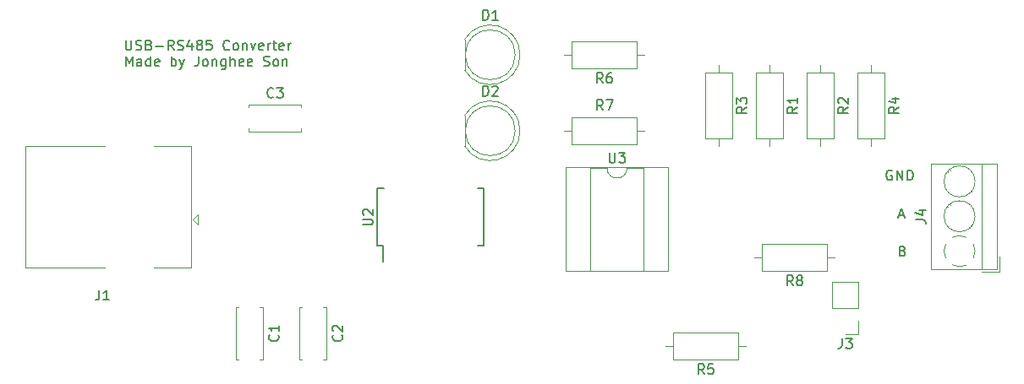
<source format=gbr>
%TF.GenerationSoftware,KiCad,Pcbnew,7.0.10*%
%TF.CreationDate,2024-01-22T13:30:55+09:00*%
%TF.ProjectId,RS485_Converter,52533438-355f-4436-9f6e-766572746572,1.0*%
%TF.SameCoordinates,Original*%
%TF.FileFunction,Legend,Top*%
%TF.FilePolarity,Positive*%
%FSLAX46Y46*%
G04 Gerber Fmt 4.6, Leading zero omitted, Abs format (unit mm)*
G04 Created by KiCad (PCBNEW 7.0.10) date 2024-01-22 13:30:55*
%MOMM*%
%LPD*%
G01*
G04 APERTURE LIST*
%ADD10C,0.150000*%
%ADD11C,0.120000*%
G04 APERTURE END LIST*
D10*
X100666779Y-81079819D02*
X100666779Y-81889342D01*
X100666779Y-81889342D02*
X100714398Y-81984580D01*
X100714398Y-81984580D02*
X100762017Y-82032200D01*
X100762017Y-82032200D02*
X100857255Y-82079819D01*
X100857255Y-82079819D02*
X101047731Y-82079819D01*
X101047731Y-82079819D02*
X101142969Y-82032200D01*
X101142969Y-82032200D02*
X101190588Y-81984580D01*
X101190588Y-81984580D02*
X101238207Y-81889342D01*
X101238207Y-81889342D02*
X101238207Y-81079819D01*
X101666779Y-82032200D02*
X101809636Y-82079819D01*
X101809636Y-82079819D02*
X102047731Y-82079819D01*
X102047731Y-82079819D02*
X102142969Y-82032200D01*
X102142969Y-82032200D02*
X102190588Y-81984580D01*
X102190588Y-81984580D02*
X102238207Y-81889342D01*
X102238207Y-81889342D02*
X102238207Y-81794104D01*
X102238207Y-81794104D02*
X102190588Y-81698866D01*
X102190588Y-81698866D02*
X102142969Y-81651247D01*
X102142969Y-81651247D02*
X102047731Y-81603628D01*
X102047731Y-81603628D02*
X101857255Y-81556009D01*
X101857255Y-81556009D02*
X101762017Y-81508390D01*
X101762017Y-81508390D02*
X101714398Y-81460771D01*
X101714398Y-81460771D02*
X101666779Y-81365533D01*
X101666779Y-81365533D02*
X101666779Y-81270295D01*
X101666779Y-81270295D02*
X101714398Y-81175057D01*
X101714398Y-81175057D02*
X101762017Y-81127438D01*
X101762017Y-81127438D02*
X101857255Y-81079819D01*
X101857255Y-81079819D02*
X102095350Y-81079819D01*
X102095350Y-81079819D02*
X102238207Y-81127438D01*
X103000112Y-81556009D02*
X103142969Y-81603628D01*
X103142969Y-81603628D02*
X103190588Y-81651247D01*
X103190588Y-81651247D02*
X103238207Y-81746485D01*
X103238207Y-81746485D02*
X103238207Y-81889342D01*
X103238207Y-81889342D02*
X103190588Y-81984580D01*
X103190588Y-81984580D02*
X103142969Y-82032200D01*
X103142969Y-82032200D02*
X103047731Y-82079819D01*
X103047731Y-82079819D02*
X102666779Y-82079819D01*
X102666779Y-82079819D02*
X102666779Y-81079819D01*
X102666779Y-81079819D02*
X103000112Y-81079819D01*
X103000112Y-81079819D02*
X103095350Y-81127438D01*
X103095350Y-81127438D02*
X103142969Y-81175057D01*
X103142969Y-81175057D02*
X103190588Y-81270295D01*
X103190588Y-81270295D02*
X103190588Y-81365533D01*
X103190588Y-81365533D02*
X103142969Y-81460771D01*
X103142969Y-81460771D02*
X103095350Y-81508390D01*
X103095350Y-81508390D02*
X103000112Y-81556009D01*
X103000112Y-81556009D02*
X102666779Y-81556009D01*
X103666779Y-81698866D02*
X104428684Y-81698866D01*
X105476302Y-82079819D02*
X105142969Y-81603628D01*
X104904874Y-82079819D02*
X104904874Y-81079819D01*
X104904874Y-81079819D02*
X105285826Y-81079819D01*
X105285826Y-81079819D02*
X105381064Y-81127438D01*
X105381064Y-81127438D02*
X105428683Y-81175057D01*
X105428683Y-81175057D02*
X105476302Y-81270295D01*
X105476302Y-81270295D02*
X105476302Y-81413152D01*
X105476302Y-81413152D02*
X105428683Y-81508390D01*
X105428683Y-81508390D02*
X105381064Y-81556009D01*
X105381064Y-81556009D02*
X105285826Y-81603628D01*
X105285826Y-81603628D02*
X104904874Y-81603628D01*
X105857255Y-82032200D02*
X106000112Y-82079819D01*
X106000112Y-82079819D02*
X106238207Y-82079819D01*
X106238207Y-82079819D02*
X106333445Y-82032200D01*
X106333445Y-82032200D02*
X106381064Y-81984580D01*
X106381064Y-81984580D02*
X106428683Y-81889342D01*
X106428683Y-81889342D02*
X106428683Y-81794104D01*
X106428683Y-81794104D02*
X106381064Y-81698866D01*
X106381064Y-81698866D02*
X106333445Y-81651247D01*
X106333445Y-81651247D02*
X106238207Y-81603628D01*
X106238207Y-81603628D02*
X106047731Y-81556009D01*
X106047731Y-81556009D02*
X105952493Y-81508390D01*
X105952493Y-81508390D02*
X105904874Y-81460771D01*
X105904874Y-81460771D02*
X105857255Y-81365533D01*
X105857255Y-81365533D02*
X105857255Y-81270295D01*
X105857255Y-81270295D02*
X105904874Y-81175057D01*
X105904874Y-81175057D02*
X105952493Y-81127438D01*
X105952493Y-81127438D02*
X106047731Y-81079819D01*
X106047731Y-81079819D02*
X106285826Y-81079819D01*
X106285826Y-81079819D02*
X106428683Y-81127438D01*
X107285826Y-81413152D02*
X107285826Y-82079819D01*
X107047731Y-81032200D02*
X106809636Y-81746485D01*
X106809636Y-81746485D02*
X107428683Y-81746485D01*
X107952493Y-81508390D02*
X107857255Y-81460771D01*
X107857255Y-81460771D02*
X107809636Y-81413152D01*
X107809636Y-81413152D02*
X107762017Y-81317914D01*
X107762017Y-81317914D02*
X107762017Y-81270295D01*
X107762017Y-81270295D02*
X107809636Y-81175057D01*
X107809636Y-81175057D02*
X107857255Y-81127438D01*
X107857255Y-81127438D02*
X107952493Y-81079819D01*
X107952493Y-81079819D02*
X108142969Y-81079819D01*
X108142969Y-81079819D02*
X108238207Y-81127438D01*
X108238207Y-81127438D02*
X108285826Y-81175057D01*
X108285826Y-81175057D02*
X108333445Y-81270295D01*
X108333445Y-81270295D02*
X108333445Y-81317914D01*
X108333445Y-81317914D02*
X108285826Y-81413152D01*
X108285826Y-81413152D02*
X108238207Y-81460771D01*
X108238207Y-81460771D02*
X108142969Y-81508390D01*
X108142969Y-81508390D02*
X107952493Y-81508390D01*
X107952493Y-81508390D02*
X107857255Y-81556009D01*
X107857255Y-81556009D02*
X107809636Y-81603628D01*
X107809636Y-81603628D02*
X107762017Y-81698866D01*
X107762017Y-81698866D02*
X107762017Y-81889342D01*
X107762017Y-81889342D02*
X107809636Y-81984580D01*
X107809636Y-81984580D02*
X107857255Y-82032200D01*
X107857255Y-82032200D02*
X107952493Y-82079819D01*
X107952493Y-82079819D02*
X108142969Y-82079819D01*
X108142969Y-82079819D02*
X108238207Y-82032200D01*
X108238207Y-82032200D02*
X108285826Y-81984580D01*
X108285826Y-81984580D02*
X108333445Y-81889342D01*
X108333445Y-81889342D02*
X108333445Y-81698866D01*
X108333445Y-81698866D02*
X108285826Y-81603628D01*
X108285826Y-81603628D02*
X108238207Y-81556009D01*
X108238207Y-81556009D02*
X108142969Y-81508390D01*
X109238207Y-81079819D02*
X108762017Y-81079819D01*
X108762017Y-81079819D02*
X108714398Y-81556009D01*
X108714398Y-81556009D02*
X108762017Y-81508390D01*
X108762017Y-81508390D02*
X108857255Y-81460771D01*
X108857255Y-81460771D02*
X109095350Y-81460771D01*
X109095350Y-81460771D02*
X109190588Y-81508390D01*
X109190588Y-81508390D02*
X109238207Y-81556009D01*
X109238207Y-81556009D02*
X109285826Y-81651247D01*
X109285826Y-81651247D02*
X109285826Y-81889342D01*
X109285826Y-81889342D02*
X109238207Y-81984580D01*
X109238207Y-81984580D02*
X109190588Y-82032200D01*
X109190588Y-82032200D02*
X109095350Y-82079819D01*
X109095350Y-82079819D02*
X108857255Y-82079819D01*
X108857255Y-82079819D02*
X108762017Y-82032200D01*
X108762017Y-82032200D02*
X108714398Y-81984580D01*
X111047731Y-81984580D02*
X111000112Y-82032200D01*
X111000112Y-82032200D02*
X110857255Y-82079819D01*
X110857255Y-82079819D02*
X110762017Y-82079819D01*
X110762017Y-82079819D02*
X110619160Y-82032200D01*
X110619160Y-82032200D02*
X110523922Y-81936961D01*
X110523922Y-81936961D02*
X110476303Y-81841723D01*
X110476303Y-81841723D02*
X110428684Y-81651247D01*
X110428684Y-81651247D02*
X110428684Y-81508390D01*
X110428684Y-81508390D02*
X110476303Y-81317914D01*
X110476303Y-81317914D02*
X110523922Y-81222676D01*
X110523922Y-81222676D02*
X110619160Y-81127438D01*
X110619160Y-81127438D02*
X110762017Y-81079819D01*
X110762017Y-81079819D02*
X110857255Y-81079819D01*
X110857255Y-81079819D02*
X111000112Y-81127438D01*
X111000112Y-81127438D02*
X111047731Y-81175057D01*
X111619160Y-82079819D02*
X111523922Y-82032200D01*
X111523922Y-82032200D02*
X111476303Y-81984580D01*
X111476303Y-81984580D02*
X111428684Y-81889342D01*
X111428684Y-81889342D02*
X111428684Y-81603628D01*
X111428684Y-81603628D02*
X111476303Y-81508390D01*
X111476303Y-81508390D02*
X111523922Y-81460771D01*
X111523922Y-81460771D02*
X111619160Y-81413152D01*
X111619160Y-81413152D02*
X111762017Y-81413152D01*
X111762017Y-81413152D02*
X111857255Y-81460771D01*
X111857255Y-81460771D02*
X111904874Y-81508390D01*
X111904874Y-81508390D02*
X111952493Y-81603628D01*
X111952493Y-81603628D02*
X111952493Y-81889342D01*
X111952493Y-81889342D02*
X111904874Y-81984580D01*
X111904874Y-81984580D02*
X111857255Y-82032200D01*
X111857255Y-82032200D02*
X111762017Y-82079819D01*
X111762017Y-82079819D02*
X111619160Y-82079819D01*
X112381065Y-81413152D02*
X112381065Y-82079819D01*
X112381065Y-81508390D02*
X112428684Y-81460771D01*
X112428684Y-81460771D02*
X112523922Y-81413152D01*
X112523922Y-81413152D02*
X112666779Y-81413152D01*
X112666779Y-81413152D02*
X112762017Y-81460771D01*
X112762017Y-81460771D02*
X112809636Y-81556009D01*
X112809636Y-81556009D02*
X112809636Y-82079819D01*
X113190589Y-81413152D02*
X113428684Y-82079819D01*
X113428684Y-82079819D02*
X113666779Y-81413152D01*
X114428684Y-82032200D02*
X114333446Y-82079819D01*
X114333446Y-82079819D02*
X114142970Y-82079819D01*
X114142970Y-82079819D02*
X114047732Y-82032200D01*
X114047732Y-82032200D02*
X114000113Y-81936961D01*
X114000113Y-81936961D02*
X114000113Y-81556009D01*
X114000113Y-81556009D02*
X114047732Y-81460771D01*
X114047732Y-81460771D02*
X114142970Y-81413152D01*
X114142970Y-81413152D02*
X114333446Y-81413152D01*
X114333446Y-81413152D02*
X114428684Y-81460771D01*
X114428684Y-81460771D02*
X114476303Y-81556009D01*
X114476303Y-81556009D02*
X114476303Y-81651247D01*
X114476303Y-81651247D02*
X114000113Y-81746485D01*
X114904875Y-82079819D02*
X114904875Y-81413152D01*
X114904875Y-81603628D02*
X114952494Y-81508390D01*
X114952494Y-81508390D02*
X115000113Y-81460771D01*
X115000113Y-81460771D02*
X115095351Y-81413152D01*
X115095351Y-81413152D02*
X115190589Y-81413152D01*
X115381066Y-81413152D02*
X115762018Y-81413152D01*
X115523923Y-81079819D02*
X115523923Y-81936961D01*
X115523923Y-81936961D02*
X115571542Y-82032200D01*
X115571542Y-82032200D02*
X115666780Y-82079819D01*
X115666780Y-82079819D02*
X115762018Y-82079819D01*
X116476304Y-82032200D02*
X116381066Y-82079819D01*
X116381066Y-82079819D02*
X116190590Y-82079819D01*
X116190590Y-82079819D02*
X116095352Y-82032200D01*
X116095352Y-82032200D02*
X116047733Y-81936961D01*
X116047733Y-81936961D02*
X116047733Y-81556009D01*
X116047733Y-81556009D02*
X116095352Y-81460771D01*
X116095352Y-81460771D02*
X116190590Y-81413152D01*
X116190590Y-81413152D02*
X116381066Y-81413152D01*
X116381066Y-81413152D02*
X116476304Y-81460771D01*
X116476304Y-81460771D02*
X116523923Y-81556009D01*
X116523923Y-81556009D02*
X116523923Y-81651247D01*
X116523923Y-81651247D02*
X116047733Y-81746485D01*
X116952495Y-82079819D02*
X116952495Y-81413152D01*
X116952495Y-81603628D02*
X117000114Y-81508390D01*
X117000114Y-81508390D02*
X117047733Y-81460771D01*
X117047733Y-81460771D02*
X117142971Y-81413152D01*
X117142971Y-81413152D02*
X117238209Y-81413152D01*
X100666779Y-83689819D02*
X100666779Y-82689819D01*
X100666779Y-82689819D02*
X101000112Y-83404104D01*
X101000112Y-83404104D02*
X101333445Y-82689819D01*
X101333445Y-82689819D02*
X101333445Y-83689819D01*
X102238207Y-83689819D02*
X102238207Y-83166009D01*
X102238207Y-83166009D02*
X102190588Y-83070771D01*
X102190588Y-83070771D02*
X102095350Y-83023152D01*
X102095350Y-83023152D02*
X101904874Y-83023152D01*
X101904874Y-83023152D02*
X101809636Y-83070771D01*
X102238207Y-83642200D02*
X102142969Y-83689819D01*
X102142969Y-83689819D02*
X101904874Y-83689819D01*
X101904874Y-83689819D02*
X101809636Y-83642200D01*
X101809636Y-83642200D02*
X101762017Y-83546961D01*
X101762017Y-83546961D02*
X101762017Y-83451723D01*
X101762017Y-83451723D02*
X101809636Y-83356485D01*
X101809636Y-83356485D02*
X101904874Y-83308866D01*
X101904874Y-83308866D02*
X102142969Y-83308866D01*
X102142969Y-83308866D02*
X102238207Y-83261247D01*
X103142969Y-83689819D02*
X103142969Y-82689819D01*
X103142969Y-83642200D02*
X103047731Y-83689819D01*
X103047731Y-83689819D02*
X102857255Y-83689819D01*
X102857255Y-83689819D02*
X102762017Y-83642200D01*
X102762017Y-83642200D02*
X102714398Y-83594580D01*
X102714398Y-83594580D02*
X102666779Y-83499342D01*
X102666779Y-83499342D02*
X102666779Y-83213628D01*
X102666779Y-83213628D02*
X102714398Y-83118390D01*
X102714398Y-83118390D02*
X102762017Y-83070771D01*
X102762017Y-83070771D02*
X102857255Y-83023152D01*
X102857255Y-83023152D02*
X103047731Y-83023152D01*
X103047731Y-83023152D02*
X103142969Y-83070771D01*
X104000112Y-83642200D02*
X103904874Y-83689819D01*
X103904874Y-83689819D02*
X103714398Y-83689819D01*
X103714398Y-83689819D02*
X103619160Y-83642200D01*
X103619160Y-83642200D02*
X103571541Y-83546961D01*
X103571541Y-83546961D02*
X103571541Y-83166009D01*
X103571541Y-83166009D02*
X103619160Y-83070771D01*
X103619160Y-83070771D02*
X103714398Y-83023152D01*
X103714398Y-83023152D02*
X103904874Y-83023152D01*
X103904874Y-83023152D02*
X104000112Y-83070771D01*
X104000112Y-83070771D02*
X104047731Y-83166009D01*
X104047731Y-83166009D02*
X104047731Y-83261247D01*
X104047731Y-83261247D02*
X103571541Y-83356485D01*
X105238208Y-83689819D02*
X105238208Y-82689819D01*
X105238208Y-83070771D02*
X105333446Y-83023152D01*
X105333446Y-83023152D02*
X105523922Y-83023152D01*
X105523922Y-83023152D02*
X105619160Y-83070771D01*
X105619160Y-83070771D02*
X105666779Y-83118390D01*
X105666779Y-83118390D02*
X105714398Y-83213628D01*
X105714398Y-83213628D02*
X105714398Y-83499342D01*
X105714398Y-83499342D02*
X105666779Y-83594580D01*
X105666779Y-83594580D02*
X105619160Y-83642200D01*
X105619160Y-83642200D02*
X105523922Y-83689819D01*
X105523922Y-83689819D02*
X105333446Y-83689819D01*
X105333446Y-83689819D02*
X105238208Y-83642200D01*
X106047732Y-83023152D02*
X106285827Y-83689819D01*
X106523922Y-83023152D02*
X106285827Y-83689819D01*
X106285827Y-83689819D02*
X106190589Y-83927914D01*
X106190589Y-83927914D02*
X106142970Y-83975533D01*
X106142970Y-83975533D02*
X106047732Y-84023152D01*
X107952494Y-82689819D02*
X107952494Y-83404104D01*
X107952494Y-83404104D02*
X107904875Y-83546961D01*
X107904875Y-83546961D02*
X107809637Y-83642200D01*
X107809637Y-83642200D02*
X107666780Y-83689819D01*
X107666780Y-83689819D02*
X107571542Y-83689819D01*
X108571542Y-83689819D02*
X108476304Y-83642200D01*
X108476304Y-83642200D02*
X108428685Y-83594580D01*
X108428685Y-83594580D02*
X108381066Y-83499342D01*
X108381066Y-83499342D02*
X108381066Y-83213628D01*
X108381066Y-83213628D02*
X108428685Y-83118390D01*
X108428685Y-83118390D02*
X108476304Y-83070771D01*
X108476304Y-83070771D02*
X108571542Y-83023152D01*
X108571542Y-83023152D02*
X108714399Y-83023152D01*
X108714399Y-83023152D02*
X108809637Y-83070771D01*
X108809637Y-83070771D02*
X108857256Y-83118390D01*
X108857256Y-83118390D02*
X108904875Y-83213628D01*
X108904875Y-83213628D02*
X108904875Y-83499342D01*
X108904875Y-83499342D02*
X108857256Y-83594580D01*
X108857256Y-83594580D02*
X108809637Y-83642200D01*
X108809637Y-83642200D02*
X108714399Y-83689819D01*
X108714399Y-83689819D02*
X108571542Y-83689819D01*
X109333447Y-83023152D02*
X109333447Y-83689819D01*
X109333447Y-83118390D02*
X109381066Y-83070771D01*
X109381066Y-83070771D02*
X109476304Y-83023152D01*
X109476304Y-83023152D02*
X109619161Y-83023152D01*
X109619161Y-83023152D02*
X109714399Y-83070771D01*
X109714399Y-83070771D02*
X109762018Y-83166009D01*
X109762018Y-83166009D02*
X109762018Y-83689819D01*
X110666780Y-83023152D02*
X110666780Y-83832676D01*
X110666780Y-83832676D02*
X110619161Y-83927914D01*
X110619161Y-83927914D02*
X110571542Y-83975533D01*
X110571542Y-83975533D02*
X110476304Y-84023152D01*
X110476304Y-84023152D02*
X110333447Y-84023152D01*
X110333447Y-84023152D02*
X110238209Y-83975533D01*
X110666780Y-83642200D02*
X110571542Y-83689819D01*
X110571542Y-83689819D02*
X110381066Y-83689819D01*
X110381066Y-83689819D02*
X110285828Y-83642200D01*
X110285828Y-83642200D02*
X110238209Y-83594580D01*
X110238209Y-83594580D02*
X110190590Y-83499342D01*
X110190590Y-83499342D02*
X110190590Y-83213628D01*
X110190590Y-83213628D02*
X110238209Y-83118390D01*
X110238209Y-83118390D02*
X110285828Y-83070771D01*
X110285828Y-83070771D02*
X110381066Y-83023152D01*
X110381066Y-83023152D02*
X110571542Y-83023152D01*
X110571542Y-83023152D02*
X110666780Y-83070771D01*
X111142971Y-83689819D02*
X111142971Y-82689819D01*
X111571542Y-83689819D02*
X111571542Y-83166009D01*
X111571542Y-83166009D02*
X111523923Y-83070771D01*
X111523923Y-83070771D02*
X111428685Y-83023152D01*
X111428685Y-83023152D02*
X111285828Y-83023152D01*
X111285828Y-83023152D02*
X111190590Y-83070771D01*
X111190590Y-83070771D02*
X111142971Y-83118390D01*
X112428685Y-83642200D02*
X112333447Y-83689819D01*
X112333447Y-83689819D02*
X112142971Y-83689819D01*
X112142971Y-83689819D02*
X112047733Y-83642200D01*
X112047733Y-83642200D02*
X112000114Y-83546961D01*
X112000114Y-83546961D02*
X112000114Y-83166009D01*
X112000114Y-83166009D02*
X112047733Y-83070771D01*
X112047733Y-83070771D02*
X112142971Y-83023152D01*
X112142971Y-83023152D02*
X112333447Y-83023152D01*
X112333447Y-83023152D02*
X112428685Y-83070771D01*
X112428685Y-83070771D02*
X112476304Y-83166009D01*
X112476304Y-83166009D02*
X112476304Y-83261247D01*
X112476304Y-83261247D02*
X112000114Y-83356485D01*
X113285828Y-83642200D02*
X113190590Y-83689819D01*
X113190590Y-83689819D02*
X113000114Y-83689819D01*
X113000114Y-83689819D02*
X112904876Y-83642200D01*
X112904876Y-83642200D02*
X112857257Y-83546961D01*
X112857257Y-83546961D02*
X112857257Y-83166009D01*
X112857257Y-83166009D02*
X112904876Y-83070771D01*
X112904876Y-83070771D02*
X113000114Y-83023152D01*
X113000114Y-83023152D02*
X113190590Y-83023152D01*
X113190590Y-83023152D02*
X113285828Y-83070771D01*
X113285828Y-83070771D02*
X113333447Y-83166009D01*
X113333447Y-83166009D02*
X113333447Y-83261247D01*
X113333447Y-83261247D02*
X112857257Y-83356485D01*
X114476305Y-83642200D02*
X114619162Y-83689819D01*
X114619162Y-83689819D02*
X114857257Y-83689819D01*
X114857257Y-83689819D02*
X114952495Y-83642200D01*
X114952495Y-83642200D02*
X115000114Y-83594580D01*
X115000114Y-83594580D02*
X115047733Y-83499342D01*
X115047733Y-83499342D02*
X115047733Y-83404104D01*
X115047733Y-83404104D02*
X115000114Y-83308866D01*
X115000114Y-83308866D02*
X114952495Y-83261247D01*
X114952495Y-83261247D02*
X114857257Y-83213628D01*
X114857257Y-83213628D02*
X114666781Y-83166009D01*
X114666781Y-83166009D02*
X114571543Y-83118390D01*
X114571543Y-83118390D02*
X114523924Y-83070771D01*
X114523924Y-83070771D02*
X114476305Y-82975533D01*
X114476305Y-82975533D02*
X114476305Y-82880295D01*
X114476305Y-82880295D02*
X114523924Y-82785057D01*
X114523924Y-82785057D02*
X114571543Y-82737438D01*
X114571543Y-82737438D02*
X114666781Y-82689819D01*
X114666781Y-82689819D02*
X114904876Y-82689819D01*
X114904876Y-82689819D02*
X115047733Y-82737438D01*
X115619162Y-83689819D02*
X115523924Y-83642200D01*
X115523924Y-83642200D02*
X115476305Y-83594580D01*
X115476305Y-83594580D02*
X115428686Y-83499342D01*
X115428686Y-83499342D02*
X115428686Y-83213628D01*
X115428686Y-83213628D02*
X115476305Y-83118390D01*
X115476305Y-83118390D02*
X115523924Y-83070771D01*
X115523924Y-83070771D02*
X115619162Y-83023152D01*
X115619162Y-83023152D02*
X115762019Y-83023152D01*
X115762019Y-83023152D02*
X115857257Y-83070771D01*
X115857257Y-83070771D02*
X115904876Y-83118390D01*
X115904876Y-83118390D02*
X115952495Y-83213628D01*
X115952495Y-83213628D02*
X115952495Y-83499342D01*
X115952495Y-83499342D02*
X115904876Y-83594580D01*
X115904876Y-83594580D02*
X115857257Y-83642200D01*
X115857257Y-83642200D02*
X115762019Y-83689819D01*
X115762019Y-83689819D02*
X115619162Y-83689819D01*
X116381067Y-83023152D02*
X116381067Y-83689819D01*
X116381067Y-83118390D02*
X116428686Y-83070771D01*
X116428686Y-83070771D02*
X116523924Y-83023152D01*
X116523924Y-83023152D02*
X116666781Y-83023152D01*
X116666781Y-83023152D02*
X116762019Y-83070771D01*
X116762019Y-83070771D02*
X116809638Y-83166009D01*
X116809638Y-83166009D02*
X116809638Y-83689819D01*
X178089160Y-98644104D02*
X178565350Y-98644104D01*
X177993922Y-98929819D02*
X178327255Y-97929819D01*
X178327255Y-97929819D02*
X178660588Y-98929819D01*
X178470112Y-102216009D02*
X178612969Y-102263628D01*
X178612969Y-102263628D02*
X178660588Y-102311247D01*
X178660588Y-102311247D02*
X178708207Y-102406485D01*
X178708207Y-102406485D02*
X178708207Y-102549342D01*
X178708207Y-102549342D02*
X178660588Y-102644580D01*
X178660588Y-102644580D02*
X178612969Y-102692200D01*
X178612969Y-102692200D02*
X178517731Y-102739819D01*
X178517731Y-102739819D02*
X178136779Y-102739819D01*
X178136779Y-102739819D02*
X178136779Y-101739819D01*
X178136779Y-101739819D02*
X178470112Y-101739819D01*
X178470112Y-101739819D02*
X178565350Y-101787438D01*
X178565350Y-101787438D02*
X178612969Y-101835057D01*
X178612969Y-101835057D02*
X178660588Y-101930295D01*
X178660588Y-101930295D02*
X178660588Y-102025533D01*
X178660588Y-102025533D02*
X178612969Y-102120771D01*
X178612969Y-102120771D02*
X178565350Y-102168390D01*
X178565350Y-102168390D02*
X178470112Y-102216009D01*
X178470112Y-102216009D02*
X178136779Y-102216009D01*
X177390588Y-94167438D02*
X177295350Y-94119819D01*
X177295350Y-94119819D02*
X177152493Y-94119819D01*
X177152493Y-94119819D02*
X177009636Y-94167438D01*
X177009636Y-94167438D02*
X176914398Y-94262676D01*
X176914398Y-94262676D02*
X176866779Y-94357914D01*
X176866779Y-94357914D02*
X176819160Y-94548390D01*
X176819160Y-94548390D02*
X176819160Y-94691247D01*
X176819160Y-94691247D02*
X176866779Y-94881723D01*
X176866779Y-94881723D02*
X176914398Y-94976961D01*
X176914398Y-94976961D02*
X177009636Y-95072200D01*
X177009636Y-95072200D02*
X177152493Y-95119819D01*
X177152493Y-95119819D02*
X177247731Y-95119819D01*
X177247731Y-95119819D02*
X177390588Y-95072200D01*
X177390588Y-95072200D02*
X177438207Y-95024580D01*
X177438207Y-95024580D02*
X177438207Y-94691247D01*
X177438207Y-94691247D02*
X177247731Y-94691247D01*
X177866779Y-95119819D02*
X177866779Y-94119819D01*
X177866779Y-94119819D02*
X178438207Y-95119819D01*
X178438207Y-95119819D02*
X178438207Y-94119819D01*
X178914398Y-95119819D02*
X178914398Y-94119819D01*
X178914398Y-94119819D02*
X179152493Y-94119819D01*
X179152493Y-94119819D02*
X179295350Y-94167438D01*
X179295350Y-94167438D02*
X179390588Y-94262676D01*
X179390588Y-94262676D02*
X179438207Y-94357914D01*
X179438207Y-94357914D02*
X179485826Y-94548390D01*
X179485826Y-94548390D02*
X179485826Y-94691247D01*
X179485826Y-94691247D02*
X179438207Y-94881723D01*
X179438207Y-94881723D02*
X179390588Y-94976961D01*
X179390588Y-94976961D02*
X179295350Y-95072200D01*
X179295350Y-95072200D02*
X179152493Y-95119819D01*
X179152493Y-95119819D02*
X178914398Y-95119819D01*
X167924819Y-87796666D02*
X167448628Y-88129999D01*
X167924819Y-88368094D02*
X166924819Y-88368094D01*
X166924819Y-88368094D02*
X166924819Y-87987142D01*
X166924819Y-87987142D02*
X166972438Y-87891904D01*
X166972438Y-87891904D02*
X167020057Y-87844285D01*
X167020057Y-87844285D02*
X167115295Y-87796666D01*
X167115295Y-87796666D02*
X167258152Y-87796666D01*
X167258152Y-87796666D02*
X167353390Y-87844285D01*
X167353390Y-87844285D02*
X167401009Y-87891904D01*
X167401009Y-87891904D02*
X167448628Y-87987142D01*
X167448628Y-87987142D02*
X167448628Y-88368094D01*
X167924819Y-86844285D02*
X167924819Y-87415713D01*
X167924819Y-87129999D02*
X166924819Y-87129999D01*
X166924819Y-87129999D02*
X167067676Y-87225237D01*
X167067676Y-87225237D02*
X167162914Y-87320475D01*
X167162914Y-87320475D02*
X167210533Y-87415713D01*
X115889580Y-110656666D02*
X115937200Y-110704285D01*
X115937200Y-110704285D02*
X115984819Y-110847142D01*
X115984819Y-110847142D02*
X115984819Y-110942380D01*
X115984819Y-110942380D02*
X115937200Y-111085237D01*
X115937200Y-111085237D02*
X115841961Y-111180475D01*
X115841961Y-111180475D02*
X115746723Y-111228094D01*
X115746723Y-111228094D02*
X115556247Y-111275713D01*
X115556247Y-111275713D02*
X115413390Y-111275713D01*
X115413390Y-111275713D02*
X115222914Y-111228094D01*
X115222914Y-111228094D02*
X115127676Y-111180475D01*
X115127676Y-111180475D02*
X115032438Y-111085237D01*
X115032438Y-111085237D02*
X114984819Y-110942380D01*
X114984819Y-110942380D02*
X114984819Y-110847142D01*
X114984819Y-110847142D02*
X115032438Y-110704285D01*
X115032438Y-110704285D02*
X115080057Y-110656666D01*
X115984819Y-109704285D02*
X115984819Y-110275713D01*
X115984819Y-109989999D02*
X114984819Y-109989999D01*
X114984819Y-109989999D02*
X115127676Y-110085237D01*
X115127676Y-110085237D02*
X115222914Y-110180475D01*
X115222914Y-110180475D02*
X115270533Y-110275713D01*
X136421905Y-79044819D02*
X136421905Y-78044819D01*
X136421905Y-78044819D02*
X136660000Y-78044819D01*
X136660000Y-78044819D02*
X136802857Y-78092438D01*
X136802857Y-78092438D02*
X136898095Y-78187676D01*
X136898095Y-78187676D02*
X136945714Y-78282914D01*
X136945714Y-78282914D02*
X136993333Y-78473390D01*
X136993333Y-78473390D02*
X136993333Y-78616247D01*
X136993333Y-78616247D02*
X136945714Y-78806723D01*
X136945714Y-78806723D02*
X136898095Y-78901961D01*
X136898095Y-78901961D02*
X136802857Y-78997200D01*
X136802857Y-78997200D02*
X136660000Y-79044819D01*
X136660000Y-79044819D02*
X136421905Y-79044819D01*
X137945714Y-79044819D02*
X137374286Y-79044819D01*
X137660000Y-79044819D02*
X137660000Y-78044819D01*
X137660000Y-78044819D02*
X137564762Y-78187676D01*
X137564762Y-78187676D02*
X137469524Y-78282914D01*
X137469524Y-78282914D02*
X137374286Y-78330533D01*
X167473333Y-105694819D02*
X167140000Y-105218628D01*
X166901905Y-105694819D02*
X166901905Y-104694819D01*
X166901905Y-104694819D02*
X167282857Y-104694819D01*
X167282857Y-104694819D02*
X167378095Y-104742438D01*
X167378095Y-104742438D02*
X167425714Y-104790057D01*
X167425714Y-104790057D02*
X167473333Y-104885295D01*
X167473333Y-104885295D02*
X167473333Y-105028152D01*
X167473333Y-105028152D02*
X167425714Y-105123390D01*
X167425714Y-105123390D02*
X167378095Y-105171009D01*
X167378095Y-105171009D02*
X167282857Y-105218628D01*
X167282857Y-105218628D02*
X166901905Y-105218628D01*
X168044762Y-105123390D02*
X167949524Y-105075771D01*
X167949524Y-105075771D02*
X167901905Y-105028152D01*
X167901905Y-105028152D02*
X167854286Y-104932914D01*
X167854286Y-104932914D02*
X167854286Y-104885295D01*
X167854286Y-104885295D02*
X167901905Y-104790057D01*
X167901905Y-104790057D02*
X167949524Y-104742438D01*
X167949524Y-104742438D02*
X168044762Y-104694819D01*
X168044762Y-104694819D02*
X168235238Y-104694819D01*
X168235238Y-104694819D02*
X168330476Y-104742438D01*
X168330476Y-104742438D02*
X168378095Y-104790057D01*
X168378095Y-104790057D02*
X168425714Y-104885295D01*
X168425714Y-104885295D02*
X168425714Y-104932914D01*
X168425714Y-104932914D02*
X168378095Y-105028152D01*
X168378095Y-105028152D02*
X168330476Y-105075771D01*
X168330476Y-105075771D02*
X168235238Y-105123390D01*
X168235238Y-105123390D02*
X168044762Y-105123390D01*
X168044762Y-105123390D02*
X167949524Y-105171009D01*
X167949524Y-105171009D02*
X167901905Y-105218628D01*
X167901905Y-105218628D02*
X167854286Y-105313866D01*
X167854286Y-105313866D02*
X167854286Y-105504342D01*
X167854286Y-105504342D02*
X167901905Y-105599580D01*
X167901905Y-105599580D02*
X167949524Y-105647200D01*
X167949524Y-105647200D02*
X168044762Y-105694819D01*
X168044762Y-105694819D02*
X168235238Y-105694819D01*
X168235238Y-105694819D02*
X168330476Y-105647200D01*
X168330476Y-105647200D02*
X168378095Y-105599580D01*
X168378095Y-105599580D02*
X168425714Y-105504342D01*
X168425714Y-105504342D02*
X168425714Y-105313866D01*
X168425714Y-105313866D02*
X168378095Y-105218628D01*
X168378095Y-105218628D02*
X168330476Y-105171009D01*
X168330476Y-105171009D02*
X168235238Y-105123390D01*
X149098095Y-92374819D02*
X149098095Y-93184342D01*
X149098095Y-93184342D02*
X149145714Y-93279580D01*
X149145714Y-93279580D02*
X149193333Y-93327200D01*
X149193333Y-93327200D02*
X149288571Y-93374819D01*
X149288571Y-93374819D02*
X149479047Y-93374819D01*
X149479047Y-93374819D02*
X149574285Y-93327200D01*
X149574285Y-93327200D02*
X149621904Y-93279580D01*
X149621904Y-93279580D02*
X149669523Y-93184342D01*
X149669523Y-93184342D02*
X149669523Y-92374819D01*
X150050476Y-92374819D02*
X150669523Y-92374819D01*
X150669523Y-92374819D02*
X150336190Y-92755771D01*
X150336190Y-92755771D02*
X150479047Y-92755771D01*
X150479047Y-92755771D02*
X150574285Y-92803390D01*
X150574285Y-92803390D02*
X150621904Y-92851009D01*
X150621904Y-92851009D02*
X150669523Y-92946247D01*
X150669523Y-92946247D02*
X150669523Y-93184342D01*
X150669523Y-93184342D02*
X150621904Y-93279580D01*
X150621904Y-93279580D02*
X150574285Y-93327200D01*
X150574285Y-93327200D02*
X150479047Y-93374819D01*
X150479047Y-93374819D02*
X150193333Y-93374819D01*
X150193333Y-93374819D02*
X150098095Y-93327200D01*
X150098095Y-93327200D02*
X150050476Y-93279580D01*
X98014166Y-106144819D02*
X98014166Y-106859104D01*
X98014166Y-106859104D02*
X97966547Y-107001961D01*
X97966547Y-107001961D02*
X97871309Y-107097200D01*
X97871309Y-107097200D02*
X97728452Y-107144819D01*
X97728452Y-107144819D02*
X97633214Y-107144819D01*
X99014166Y-107144819D02*
X98442738Y-107144819D01*
X98728452Y-107144819D02*
X98728452Y-106144819D01*
X98728452Y-106144819D02*
X98633214Y-106287676D01*
X98633214Y-106287676D02*
X98537976Y-106382914D01*
X98537976Y-106382914D02*
X98442738Y-106430533D01*
X179744819Y-99083333D02*
X180459104Y-99083333D01*
X180459104Y-99083333D02*
X180601961Y-99130952D01*
X180601961Y-99130952D02*
X180697200Y-99226190D01*
X180697200Y-99226190D02*
X180744819Y-99369047D01*
X180744819Y-99369047D02*
X180744819Y-99464285D01*
X180078152Y-98178571D02*
X180744819Y-98178571D01*
X179697200Y-98416666D02*
X180411485Y-98654761D01*
X180411485Y-98654761D02*
X180411485Y-98035714D01*
X115443333Y-86759580D02*
X115395714Y-86807200D01*
X115395714Y-86807200D02*
X115252857Y-86854819D01*
X115252857Y-86854819D02*
X115157619Y-86854819D01*
X115157619Y-86854819D02*
X115014762Y-86807200D01*
X115014762Y-86807200D02*
X114919524Y-86711961D01*
X114919524Y-86711961D02*
X114871905Y-86616723D01*
X114871905Y-86616723D02*
X114824286Y-86426247D01*
X114824286Y-86426247D02*
X114824286Y-86283390D01*
X114824286Y-86283390D02*
X114871905Y-86092914D01*
X114871905Y-86092914D02*
X114919524Y-85997676D01*
X114919524Y-85997676D02*
X115014762Y-85902438D01*
X115014762Y-85902438D02*
X115157619Y-85854819D01*
X115157619Y-85854819D02*
X115252857Y-85854819D01*
X115252857Y-85854819D02*
X115395714Y-85902438D01*
X115395714Y-85902438D02*
X115443333Y-85950057D01*
X115776667Y-85854819D02*
X116395714Y-85854819D01*
X116395714Y-85854819D02*
X116062381Y-86235771D01*
X116062381Y-86235771D02*
X116205238Y-86235771D01*
X116205238Y-86235771D02*
X116300476Y-86283390D01*
X116300476Y-86283390D02*
X116348095Y-86331009D01*
X116348095Y-86331009D02*
X116395714Y-86426247D01*
X116395714Y-86426247D02*
X116395714Y-86664342D01*
X116395714Y-86664342D02*
X116348095Y-86759580D01*
X116348095Y-86759580D02*
X116300476Y-86807200D01*
X116300476Y-86807200D02*
X116205238Y-86854819D01*
X116205238Y-86854819D02*
X115919524Y-86854819D01*
X115919524Y-86854819D02*
X115824286Y-86807200D01*
X115824286Y-86807200D02*
X115776667Y-86759580D01*
X136421905Y-86664819D02*
X136421905Y-85664819D01*
X136421905Y-85664819D02*
X136660000Y-85664819D01*
X136660000Y-85664819D02*
X136802857Y-85712438D01*
X136802857Y-85712438D02*
X136898095Y-85807676D01*
X136898095Y-85807676D02*
X136945714Y-85902914D01*
X136945714Y-85902914D02*
X136993333Y-86093390D01*
X136993333Y-86093390D02*
X136993333Y-86236247D01*
X136993333Y-86236247D02*
X136945714Y-86426723D01*
X136945714Y-86426723D02*
X136898095Y-86521961D01*
X136898095Y-86521961D02*
X136802857Y-86617200D01*
X136802857Y-86617200D02*
X136660000Y-86664819D01*
X136660000Y-86664819D02*
X136421905Y-86664819D01*
X137374286Y-85760057D02*
X137421905Y-85712438D01*
X137421905Y-85712438D02*
X137517143Y-85664819D01*
X137517143Y-85664819D02*
X137755238Y-85664819D01*
X137755238Y-85664819D02*
X137850476Y-85712438D01*
X137850476Y-85712438D02*
X137898095Y-85760057D01*
X137898095Y-85760057D02*
X137945714Y-85855295D01*
X137945714Y-85855295D02*
X137945714Y-85950533D01*
X137945714Y-85950533D02*
X137898095Y-86093390D01*
X137898095Y-86093390D02*
X137326667Y-86664819D01*
X137326667Y-86664819D02*
X137945714Y-86664819D01*
X172386666Y-111004819D02*
X172386666Y-111719104D01*
X172386666Y-111719104D02*
X172339047Y-111861961D01*
X172339047Y-111861961D02*
X172243809Y-111957200D01*
X172243809Y-111957200D02*
X172100952Y-112004819D01*
X172100952Y-112004819D02*
X172005714Y-112004819D01*
X172767619Y-111004819D02*
X173386666Y-111004819D01*
X173386666Y-111004819D02*
X173053333Y-111385771D01*
X173053333Y-111385771D02*
X173196190Y-111385771D01*
X173196190Y-111385771D02*
X173291428Y-111433390D01*
X173291428Y-111433390D02*
X173339047Y-111481009D01*
X173339047Y-111481009D02*
X173386666Y-111576247D01*
X173386666Y-111576247D02*
X173386666Y-111814342D01*
X173386666Y-111814342D02*
X173339047Y-111909580D01*
X173339047Y-111909580D02*
X173291428Y-111957200D01*
X173291428Y-111957200D02*
X173196190Y-112004819D01*
X173196190Y-112004819D02*
X172910476Y-112004819D01*
X172910476Y-112004819D02*
X172815238Y-111957200D01*
X172815238Y-111957200D02*
X172767619Y-111909580D01*
X148423333Y-85374819D02*
X148090000Y-84898628D01*
X147851905Y-85374819D02*
X147851905Y-84374819D01*
X147851905Y-84374819D02*
X148232857Y-84374819D01*
X148232857Y-84374819D02*
X148328095Y-84422438D01*
X148328095Y-84422438D02*
X148375714Y-84470057D01*
X148375714Y-84470057D02*
X148423333Y-84565295D01*
X148423333Y-84565295D02*
X148423333Y-84708152D01*
X148423333Y-84708152D02*
X148375714Y-84803390D01*
X148375714Y-84803390D02*
X148328095Y-84851009D01*
X148328095Y-84851009D02*
X148232857Y-84898628D01*
X148232857Y-84898628D02*
X147851905Y-84898628D01*
X149280476Y-84374819D02*
X149090000Y-84374819D01*
X149090000Y-84374819D02*
X148994762Y-84422438D01*
X148994762Y-84422438D02*
X148947143Y-84470057D01*
X148947143Y-84470057D02*
X148851905Y-84612914D01*
X148851905Y-84612914D02*
X148804286Y-84803390D01*
X148804286Y-84803390D02*
X148804286Y-85184342D01*
X148804286Y-85184342D02*
X148851905Y-85279580D01*
X148851905Y-85279580D02*
X148899524Y-85327200D01*
X148899524Y-85327200D02*
X148994762Y-85374819D01*
X148994762Y-85374819D02*
X149185238Y-85374819D01*
X149185238Y-85374819D02*
X149280476Y-85327200D01*
X149280476Y-85327200D02*
X149328095Y-85279580D01*
X149328095Y-85279580D02*
X149375714Y-85184342D01*
X149375714Y-85184342D02*
X149375714Y-84946247D01*
X149375714Y-84946247D02*
X149328095Y-84851009D01*
X149328095Y-84851009D02*
X149280476Y-84803390D01*
X149280476Y-84803390D02*
X149185238Y-84755771D01*
X149185238Y-84755771D02*
X148994762Y-84755771D01*
X148994762Y-84755771D02*
X148899524Y-84803390D01*
X148899524Y-84803390D02*
X148851905Y-84851009D01*
X148851905Y-84851009D02*
X148804286Y-84946247D01*
X122279580Y-110656666D02*
X122327200Y-110704285D01*
X122327200Y-110704285D02*
X122374819Y-110847142D01*
X122374819Y-110847142D02*
X122374819Y-110942380D01*
X122374819Y-110942380D02*
X122327200Y-111085237D01*
X122327200Y-111085237D02*
X122231961Y-111180475D01*
X122231961Y-111180475D02*
X122136723Y-111228094D01*
X122136723Y-111228094D02*
X121946247Y-111275713D01*
X121946247Y-111275713D02*
X121803390Y-111275713D01*
X121803390Y-111275713D02*
X121612914Y-111228094D01*
X121612914Y-111228094D02*
X121517676Y-111180475D01*
X121517676Y-111180475D02*
X121422438Y-111085237D01*
X121422438Y-111085237D02*
X121374819Y-110942380D01*
X121374819Y-110942380D02*
X121374819Y-110847142D01*
X121374819Y-110847142D02*
X121422438Y-110704285D01*
X121422438Y-110704285D02*
X121470057Y-110656666D01*
X121470057Y-110275713D02*
X121422438Y-110228094D01*
X121422438Y-110228094D02*
X121374819Y-110132856D01*
X121374819Y-110132856D02*
X121374819Y-109894761D01*
X121374819Y-109894761D02*
X121422438Y-109799523D01*
X121422438Y-109799523D02*
X121470057Y-109751904D01*
X121470057Y-109751904D02*
X121565295Y-109704285D01*
X121565295Y-109704285D02*
X121660533Y-109704285D01*
X121660533Y-109704285D02*
X121803390Y-109751904D01*
X121803390Y-109751904D02*
X122374819Y-110323332D01*
X122374819Y-110323332D02*
X122374819Y-109704285D01*
X178084819Y-87796666D02*
X177608628Y-88129999D01*
X178084819Y-88368094D02*
X177084819Y-88368094D01*
X177084819Y-88368094D02*
X177084819Y-87987142D01*
X177084819Y-87987142D02*
X177132438Y-87891904D01*
X177132438Y-87891904D02*
X177180057Y-87844285D01*
X177180057Y-87844285D02*
X177275295Y-87796666D01*
X177275295Y-87796666D02*
X177418152Y-87796666D01*
X177418152Y-87796666D02*
X177513390Y-87844285D01*
X177513390Y-87844285D02*
X177561009Y-87891904D01*
X177561009Y-87891904D02*
X177608628Y-87987142D01*
X177608628Y-87987142D02*
X177608628Y-88368094D01*
X177418152Y-86939523D02*
X178084819Y-86939523D01*
X177037200Y-87177618D02*
X177751485Y-87415713D01*
X177751485Y-87415713D02*
X177751485Y-86796666D01*
X148423333Y-88084819D02*
X148090000Y-87608628D01*
X147851905Y-88084819D02*
X147851905Y-87084819D01*
X147851905Y-87084819D02*
X148232857Y-87084819D01*
X148232857Y-87084819D02*
X148328095Y-87132438D01*
X148328095Y-87132438D02*
X148375714Y-87180057D01*
X148375714Y-87180057D02*
X148423333Y-87275295D01*
X148423333Y-87275295D02*
X148423333Y-87418152D01*
X148423333Y-87418152D02*
X148375714Y-87513390D01*
X148375714Y-87513390D02*
X148328095Y-87561009D01*
X148328095Y-87561009D02*
X148232857Y-87608628D01*
X148232857Y-87608628D02*
X147851905Y-87608628D01*
X148756667Y-87084819D02*
X149423333Y-87084819D01*
X149423333Y-87084819D02*
X148994762Y-88084819D01*
X173004819Y-87796666D02*
X172528628Y-88129999D01*
X173004819Y-88368094D02*
X172004819Y-88368094D01*
X172004819Y-88368094D02*
X172004819Y-87987142D01*
X172004819Y-87987142D02*
X172052438Y-87891904D01*
X172052438Y-87891904D02*
X172100057Y-87844285D01*
X172100057Y-87844285D02*
X172195295Y-87796666D01*
X172195295Y-87796666D02*
X172338152Y-87796666D01*
X172338152Y-87796666D02*
X172433390Y-87844285D01*
X172433390Y-87844285D02*
X172481009Y-87891904D01*
X172481009Y-87891904D02*
X172528628Y-87987142D01*
X172528628Y-87987142D02*
X172528628Y-88368094D01*
X172100057Y-87415713D02*
X172052438Y-87368094D01*
X172052438Y-87368094D02*
X172004819Y-87272856D01*
X172004819Y-87272856D02*
X172004819Y-87034761D01*
X172004819Y-87034761D02*
X172052438Y-86939523D01*
X172052438Y-86939523D02*
X172100057Y-86891904D01*
X172100057Y-86891904D02*
X172195295Y-86844285D01*
X172195295Y-86844285D02*
X172290533Y-86844285D01*
X172290533Y-86844285D02*
X172433390Y-86891904D01*
X172433390Y-86891904D02*
X173004819Y-87463332D01*
X173004819Y-87463332D02*
X173004819Y-86844285D01*
X124399819Y-99611904D02*
X125209342Y-99611904D01*
X125209342Y-99611904D02*
X125304580Y-99564285D01*
X125304580Y-99564285D02*
X125352200Y-99516666D01*
X125352200Y-99516666D02*
X125399819Y-99421428D01*
X125399819Y-99421428D02*
X125399819Y-99230952D01*
X125399819Y-99230952D02*
X125352200Y-99135714D01*
X125352200Y-99135714D02*
X125304580Y-99088095D01*
X125304580Y-99088095D02*
X125209342Y-99040476D01*
X125209342Y-99040476D02*
X124399819Y-99040476D01*
X124495057Y-98611904D02*
X124447438Y-98564285D01*
X124447438Y-98564285D02*
X124399819Y-98469047D01*
X124399819Y-98469047D02*
X124399819Y-98230952D01*
X124399819Y-98230952D02*
X124447438Y-98135714D01*
X124447438Y-98135714D02*
X124495057Y-98088095D01*
X124495057Y-98088095D02*
X124590295Y-98040476D01*
X124590295Y-98040476D02*
X124685533Y-98040476D01*
X124685533Y-98040476D02*
X124828390Y-98088095D01*
X124828390Y-98088095D02*
X125399819Y-98659523D01*
X125399819Y-98659523D02*
X125399819Y-98040476D01*
X158583333Y-114584819D02*
X158250000Y-114108628D01*
X158011905Y-114584819D02*
X158011905Y-113584819D01*
X158011905Y-113584819D02*
X158392857Y-113584819D01*
X158392857Y-113584819D02*
X158488095Y-113632438D01*
X158488095Y-113632438D02*
X158535714Y-113680057D01*
X158535714Y-113680057D02*
X158583333Y-113775295D01*
X158583333Y-113775295D02*
X158583333Y-113918152D01*
X158583333Y-113918152D02*
X158535714Y-114013390D01*
X158535714Y-114013390D02*
X158488095Y-114061009D01*
X158488095Y-114061009D02*
X158392857Y-114108628D01*
X158392857Y-114108628D02*
X158011905Y-114108628D01*
X159488095Y-113584819D02*
X159011905Y-113584819D01*
X159011905Y-113584819D02*
X158964286Y-114061009D01*
X158964286Y-114061009D02*
X159011905Y-114013390D01*
X159011905Y-114013390D02*
X159107143Y-113965771D01*
X159107143Y-113965771D02*
X159345238Y-113965771D01*
X159345238Y-113965771D02*
X159440476Y-114013390D01*
X159440476Y-114013390D02*
X159488095Y-114061009D01*
X159488095Y-114061009D02*
X159535714Y-114156247D01*
X159535714Y-114156247D02*
X159535714Y-114394342D01*
X159535714Y-114394342D02*
X159488095Y-114489580D01*
X159488095Y-114489580D02*
X159440476Y-114537200D01*
X159440476Y-114537200D02*
X159345238Y-114584819D01*
X159345238Y-114584819D02*
X159107143Y-114584819D01*
X159107143Y-114584819D02*
X159011905Y-114537200D01*
X159011905Y-114537200D02*
X158964286Y-114489580D01*
X162844819Y-87796666D02*
X162368628Y-88129999D01*
X162844819Y-88368094D02*
X161844819Y-88368094D01*
X161844819Y-88368094D02*
X161844819Y-87987142D01*
X161844819Y-87987142D02*
X161892438Y-87891904D01*
X161892438Y-87891904D02*
X161940057Y-87844285D01*
X161940057Y-87844285D02*
X162035295Y-87796666D01*
X162035295Y-87796666D02*
X162178152Y-87796666D01*
X162178152Y-87796666D02*
X162273390Y-87844285D01*
X162273390Y-87844285D02*
X162321009Y-87891904D01*
X162321009Y-87891904D02*
X162368628Y-87987142D01*
X162368628Y-87987142D02*
X162368628Y-88368094D01*
X161844819Y-87463332D02*
X161844819Y-86844285D01*
X161844819Y-86844285D02*
X162225771Y-87177618D01*
X162225771Y-87177618D02*
X162225771Y-87034761D01*
X162225771Y-87034761D02*
X162273390Y-86939523D01*
X162273390Y-86939523D02*
X162321009Y-86891904D01*
X162321009Y-86891904D02*
X162416247Y-86844285D01*
X162416247Y-86844285D02*
X162654342Y-86844285D01*
X162654342Y-86844285D02*
X162749580Y-86891904D01*
X162749580Y-86891904D02*
X162797200Y-86939523D01*
X162797200Y-86939523D02*
X162844819Y-87034761D01*
X162844819Y-87034761D02*
X162844819Y-87320475D01*
X162844819Y-87320475D02*
X162797200Y-87415713D01*
X162797200Y-87415713D02*
X162749580Y-87463332D01*
D11*
%TO.C,R1*%
X165100000Y-83590000D02*
X165100000Y-84360000D01*
X166470000Y-84360000D02*
X163730000Y-84360000D01*
X163730000Y-84360000D02*
X163730000Y-90900000D01*
X166470000Y-90900000D02*
X166470000Y-84360000D01*
X163730000Y-90900000D02*
X166470000Y-90900000D01*
X165100000Y-91670000D02*
X165100000Y-90900000D01*
%TO.C,C1*%
X114400000Y-107870000D02*
X114085000Y-107870000D01*
X114400000Y-107870000D02*
X114400000Y-113110000D01*
X111975000Y-107870000D02*
X111660000Y-107870000D01*
X111660000Y-107870000D02*
X111660000Y-113110000D01*
X114400000Y-113110000D02*
X114085000Y-113110000D01*
X111975000Y-113110000D02*
X111660000Y-113110000D01*
%TO.C,D1*%
X134600000Y-81005000D02*
X134600000Y-84095000D01*
X140149999Y-82550462D02*
G75*
G03*
X134600001Y-81005170I-2989999J462D01*
G01*
X134600000Y-84094830D02*
G75*
G03*
X140150000Y-82549538I2560000J1544830D01*
G01*
X139660000Y-82550000D02*
G75*
G03*
X134660000Y-82550000I-2500000J0D01*
G01*
X134660000Y-82550000D02*
G75*
G03*
X139660000Y-82550000I2500000J0D01*
G01*
%TO.C,R8*%
X171680000Y-102870000D02*
X170910000Y-102870000D01*
X170910000Y-104240000D02*
X170910000Y-101500000D01*
X170910000Y-101500000D02*
X164370000Y-101500000D01*
X164370000Y-104240000D02*
X170910000Y-104240000D01*
X164370000Y-101500000D02*
X164370000Y-104240000D01*
X163600000Y-102870000D02*
X164370000Y-102870000D01*
%TO.C,U3*%
X144720000Y-93860000D02*
X144720000Y-104260000D01*
X144720000Y-104260000D02*
X155000000Y-104260000D01*
X147210000Y-93920000D02*
X147210000Y-104200000D01*
X147210000Y-104200000D02*
X152510000Y-104200000D01*
X148860000Y-93920000D02*
X147210000Y-93920000D01*
X152510000Y-93920000D02*
X150860000Y-93920000D01*
X152510000Y-104200000D02*
X152510000Y-93920000D01*
X155000000Y-93860000D02*
X144720000Y-93860000D01*
X155000000Y-104260000D02*
X155000000Y-93860000D01*
X148860000Y-93920000D02*
G75*
G03*
X150860000Y-93920000I1000000J0D01*
G01*
%TO.C,J1*%
X107897500Y-99540000D02*
X107897500Y-98540000D01*
X107897500Y-98540000D02*
X107397500Y-99040000D01*
X107397500Y-99040000D02*
X107897500Y-99540000D01*
X107197500Y-103900000D02*
X103447500Y-103900000D01*
X107197500Y-91680000D02*
X107197500Y-103900000D01*
X107197500Y-91680000D02*
X103447500Y-91680000D01*
X90577500Y-103900000D02*
X98547500Y-103900000D01*
X90577500Y-91680000D02*
X98547500Y-91680000D01*
X90577500Y-91680000D02*
X90577500Y-103900000D01*
%TO.C,J4*%
X186410000Y-104300000D02*
X188150000Y-104300000D01*
X188150000Y-104300000D02*
X188150000Y-102800000D01*
X181290000Y-104060000D02*
X187910000Y-104060000D01*
X181290000Y-104060000D02*
X181290000Y-93440000D01*
X186350000Y-104060000D02*
X186350000Y-93440000D01*
X187910000Y-104060000D02*
X187910000Y-93440000D01*
X185064000Y-99853000D02*
X185140000Y-99929000D01*
X185275000Y-99685000D02*
X185330000Y-99739000D01*
X182970000Y-97760000D02*
X183024000Y-97814000D01*
X183160000Y-97570000D02*
X183236000Y-97646000D01*
X185064000Y-96353000D02*
X185140000Y-96429000D01*
X185275000Y-96185000D02*
X185330000Y-96239000D01*
X182970000Y-94260000D02*
X183024000Y-94314000D01*
X183160000Y-94070000D02*
X183236000Y-94146000D01*
X181290000Y-93440000D02*
X187910000Y-93440000D01*
X183443001Y-103635999D02*
G75*
G03*
X184855733Y-103636644I706999J1385999D01*
G01*
X182764001Y-101543001D02*
G75*
G03*
X182763356Y-102955733I1385999J-706999D01*
G01*
X185535999Y-102957000D02*
G75*
G03*
X185705681Y-102223556I-1385994J706999D01*
G01*
X185704999Y-102250000D02*
G75*
G03*
X185535514Y-101544045I-1555007J-2D01*
G01*
X184857000Y-100864000D02*
G75*
G03*
X183444267Y-100863355I-706999J-1386001D01*
G01*
X185705000Y-98750000D02*
G75*
G03*
X182595000Y-98750000I-1555000J0D01*
G01*
X182595000Y-98750000D02*
G75*
G03*
X185705000Y-98750000I1555000J0D01*
G01*
X185705000Y-95250000D02*
G75*
G03*
X182595000Y-95250000I-1555000J0D01*
G01*
X182595000Y-95250000D02*
G75*
G03*
X185705000Y-95250000I1555000J0D01*
G01*
%TO.C,C3*%
X112990000Y-87530000D02*
X112990000Y-87845000D01*
X112990000Y-87530000D02*
X118230000Y-87530000D01*
X112990000Y-89955000D02*
X112990000Y-90270000D01*
X112990000Y-90270000D02*
X118230000Y-90270000D01*
X118230000Y-87530000D02*
X118230000Y-87845000D01*
X118230000Y-89955000D02*
X118230000Y-90270000D01*
%TO.C,D2*%
X134600000Y-88625000D02*
X134600000Y-91715000D01*
X140149999Y-90170462D02*
G75*
G03*
X134600001Y-88625170I-2989999J462D01*
G01*
X134600000Y-91714830D02*
G75*
G03*
X140150000Y-90169538I2560000J1544830D01*
G01*
X139660000Y-90170000D02*
G75*
G03*
X134660000Y-90170000I-2500000J0D01*
G01*
X134660000Y-90170000D02*
G75*
G03*
X139660000Y-90170000I2500000J0D01*
G01*
%TO.C,J3*%
X174050000Y-110550000D02*
X172720000Y-110550000D01*
X174050000Y-109220000D02*
X174050000Y-110550000D01*
X174050000Y-107950000D02*
X174050000Y-105350000D01*
X174050000Y-107950000D02*
X171390000Y-107950000D01*
X174050000Y-105350000D02*
X171390000Y-105350000D01*
X171390000Y-107950000D02*
X171390000Y-105350000D01*
%TO.C,R6*%
X152630000Y-82550000D02*
X151860000Y-82550000D01*
X151860000Y-83920000D02*
X151860000Y-81180000D01*
X151860000Y-81180000D02*
X145320000Y-81180000D01*
X145320000Y-83920000D02*
X151860000Y-83920000D01*
X145320000Y-81180000D02*
X145320000Y-83920000D01*
X144550000Y-82550000D02*
X145320000Y-82550000D01*
%TO.C,C2*%
X120750000Y-107910000D02*
X120435000Y-107910000D01*
X120750000Y-107910000D02*
X120750000Y-113150000D01*
X118325000Y-107910000D02*
X118010000Y-107910000D01*
X118010000Y-107910000D02*
X118010000Y-113150000D01*
X120750000Y-113150000D02*
X120435000Y-113150000D01*
X118325000Y-113150000D02*
X118010000Y-113150000D01*
%TO.C,R4*%
X175260000Y-83590000D02*
X175260000Y-84360000D01*
X176630000Y-84360000D02*
X173890000Y-84360000D01*
X173890000Y-84360000D02*
X173890000Y-90900000D01*
X176630000Y-90900000D02*
X176630000Y-84360000D01*
X173890000Y-90900000D02*
X176630000Y-90900000D01*
X175260000Y-91670000D02*
X175260000Y-90900000D01*
%TO.C,R7*%
X152630000Y-90170000D02*
X151860000Y-90170000D01*
X151860000Y-91540000D02*
X151860000Y-88800000D01*
X151860000Y-88800000D02*
X145320000Y-88800000D01*
X145320000Y-91540000D02*
X151860000Y-91540000D01*
X145320000Y-88800000D02*
X145320000Y-91540000D01*
X144550000Y-90170000D02*
X145320000Y-90170000D01*
%TO.C,R2*%
X170180000Y-83590000D02*
X170180000Y-84360000D01*
X171550000Y-84360000D02*
X168810000Y-84360000D01*
X168810000Y-84360000D02*
X168810000Y-90900000D01*
X171550000Y-90900000D02*
X171550000Y-84360000D01*
X168810000Y-90900000D02*
X171550000Y-90900000D01*
X170180000Y-91670000D02*
X170180000Y-90900000D01*
D10*
%TO.C,U2*%
X125870000Y-101725000D02*
X126445000Y-101725000D01*
X125870000Y-101725000D02*
X125870000Y-95975000D01*
X126445000Y-101725000D02*
X126445000Y-103325000D01*
X136520000Y-101725000D02*
X135870000Y-101725000D01*
X136520000Y-101725000D02*
X136520000Y-95975000D01*
X125870000Y-95975000D02*
X126520000Y-95975000D01*
X136520000Y-95975000D02*
X135870000Y-95975000D01*
D11*
%TO.C,R5*%
X162790000Y-111760000D02*
X162020000Y-111760000D01*
X162020000Y-113130000D02*
X162020000Y-110390000D01*
X162020000Y-110390000D02*
X155480000Y-110390000D01*
X155480000Y-113130000D02*
X162020000Y-113130000D01*
X155480000Y-110390000D02*
X155480000Y-113130000D01*
X154710000Y-111760000D02*
X155480000Y-111760000D01*
%TO.C,R3*%
X160020000Y-83590000D02*
X160020000Y-84360000D01*
X161390000Y-84360000D02*
X158650000Y-84360000D01*
X158650000Y-84360000D02*
X158650000Y-90900000D01*
X161390000Y-90900000D02*
X161390000Y-84360000D01*
X158650000Y-90900000D02*
X161390000Y-90900000D01*
X160020000Y-91670000D02*
X160020000Y-90900000D01*
%TD*%
M02*

</source>
